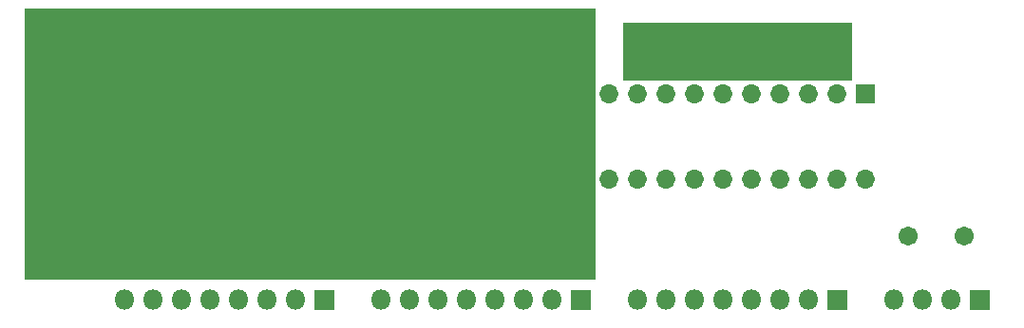
<source format=gbr>
G04 #@! TF.GenerationSoftware,KiCad,Pcbnew,(5.1.8)-1*
G04 #@! TF.CreationDate,2020-11-07T20:38:09+03:00*
G04 #@! TF.ProjectId,template,74656d70-6c61-4746-952e-6b696361645f,rev?*
G04 #@! TF.SameCoordinates,Original*
G04 #@! TF.FileFunction,Soldermask,Bot*
G04 #@! TF.FilePolarity,Negative*
%FSLAX46Y46*%
G04 Gerber Fmt 4.6, Leading zero omitted, Abs format (unit mm)*
G04 Created by KiCad (PCBNEW (5.1.8)-1) date 2020-11-07 20:38:09*
%MOMM*%
%LPD*%
G01*
G04 APERTURE LIST*
%ADD10C,0.100000*%
%ADD11O,1.802000X1.802000*%
%ADD12C,1.702000*%
%ADD13O,1.702000X1.702000*%
G04 APERTURE END LIST*
D10*
G36*
X102870000Y-44450000D02*
G01*
X82550000Y-44450000D01*
X82550000Y-39370000D01*
X102870000Y-39370000D01*
X102870000Y-44450000D01*
G37*
X102870000Y-44450000D02*
X82550000Y-44450000D01*
X82550000Y-39370000D01*
X102870000Y-39370000D01*
X102870000Y-44450000D01*
G36*
X80010000Y-62230000D02*
G01*
X29210000Y-62230000D01*
X29210000Y-38100000D01*
X80010000Y-38100000D01*
X80010000Y-62230000D01*
G37*
X80010000Y-62230000D02*
X29210000Y-62230000D01*
X29210000Y-38100000D01*
X80010000Y-38100000D01*
X80010000Y-62230000D01*
G36*
X102870000Y-44450000D02*
G01*
X82550000Y-44450000D01*
X82550000Y-39370000D01*
X102870000Y-39370000D01*
X102870000Y-44450000D01*
G37*
X102870000Y-44450000D02*
X82550000Y-44450000D01*
X82550000Y-39370000D01*
X102870000Y-39370000D01*
X102870000Y-44450000D01*
G36*
X80010000Y-62230000D02*
G01*
X29210000Y-62230000D01*
X29210000Y-38100000D01*
X80010000Y-38100000D01*
X80010000Y-62230000D01*
G37*
X80010000Y-62230000D02*
X29210000Y-62230000D01*
X29210000Y-38100000D01*
X80010000Y-38100000D01*
X80010000Y-62230000D01*
D11*
X106680000Y-64135000D03*
X109220000Y-64135000D03*
X111760000Y-64135000D03*
G36*
G01*
X113450000Y-63234000D02*
X115150000Y-63234000D01*
G75*
G02*
X115201000Y-63285000I0J-51000D01*
G01*
X115201000Y-64985000D01*
G75*
G02*
X115150000Y-65036000I-51000J0D01*
G01*
X113450000Y-65036000D01*
G75*
G02*
X113399000Y-64985000I0J51000D01*
G01*
X113399000Y-63285000D01*
G75*
G02*
X113450000Y-63234000I51000J0D01*
G01*
G37*
X83820000Y-64135000D03*
X86360000Y-64135000D03*
X88900000Y-64135000D03*
X91440000Y-64135000D03*
X93980000Y-64135000D03*
X96520000Y-64135000D03*
X99060000Y-64135000D03*
G36*
G01*
X100750000Y-63234000D02*
X102450000Y-63234000D01*
G75*
G02*
X102501000Y-63285000I0J-51000D01*
G01*
X102501000Y-64985000D01*
G75*
G02*
X102450000Y-65036000I-51000J0D01*
G01*
X100750000Y-65036000D01*
G75*
G02*
X100699000Y-64985000I0J51000D01*
G01*
X100699000Y-63285000D01*
G75*
G02*
X100750000Y-63234000I51000J0D01*
G01*
G37*
X60960000Y-64135000D03*
X63500000Y-64135000D03*
X66040000Y-64135000D03*
X68580000Y-64135000D03*
X71120000Y-64135000D03*
X73660000Y-64135000D03*
X76200000Y-64135000D03*
G36*
G01*
X77890000Y-63234000D02*
X79590000Y-63234000D01*
G75*
G02*
X79641000Y-63285000I0J-51000D01*
G01*
X79641000Y-64985000D01*
G75*
G02*
X79590000Y-65036000I-51000J0D01*
G01*
X77890000Y-65036000D01*
G75*
G02*
X77839000Y-64985000I0J51000D01*
G01*
X77839000Y-63285000D01*
G75*
G02*
X77890000Y-63234000I51000J0D01*
G01*
G37*
X38100000Y-64135000D03*
X40640000Y-64135000D03*
X43180000Y-64135000D03*
X45720000Y-64135000D03*
X48260000Y-64135000D03*
X50800000Y-64135000D03*
X53340000Y-64135000D03*
G36*
G01*
X55030000Y-63234000D02*
X56730000Y-63234000D01*
G75*
G02*
X56781000Y-63285000I0J-51000D01*
G01*
X56781000Y-64985000D01*
G75*
G02*
X56730000Y-65036000I-51000J0D01*
G01*
X55030000Y-65036000D01*
G75*
G02*
X54979000Y-64985000I0J51000D01*
G01*
X54979000Y-63285000D01*
G75*
G02*
X55030000Y-63234000I51000J0D01*
G01*
G37*
D12*
X107950000Y-58420000D03*
X112950000Y-58420000D03*
G36*
G01*
X103340000Y-44869000D02*
X104940000Y-44869000D01*
G75*
G02*
X104991000Y-44920000I0J-51000D01*
G01*
X104991000Y-46520000D01*
G75*
G02*
X104940000Y-46571000I-51000J0D01*
G01*
X103340000Y-46571000D01*
G75*
G02*
X103289000Y-46520000I0J51000D01*
G01*
X103289000Y-44920000D01*
G75*
G02*
X103340000Y-44869000I51000J0D01*
G01*
G37*
D13*
X81280000Y-53340000D03*
X101600000Y-45720000D03*
X83820000Y-53340000D03*
X99060000Y-45720000D03*
X86360000Y-53340000D03*
X96520000Y-45720000D03*
X88900000Y-53340000D03*
X93980000Y-45720000D03*
X91440000Y-53340000D03*
X91440000Y-45720000D03*
X93980000Y-53340000D03*
X88900000Y-45720000D03*
X96520000Y-53340000D03*
X86360000Y-45720000D03*
X99060000Y-53340000D03*
X83820000Y-45720000D03*
X101600000Y-53340000D03*
X81280000Y-45720000D03*
X104140000Y-53340000D03*
M02*

</source>
